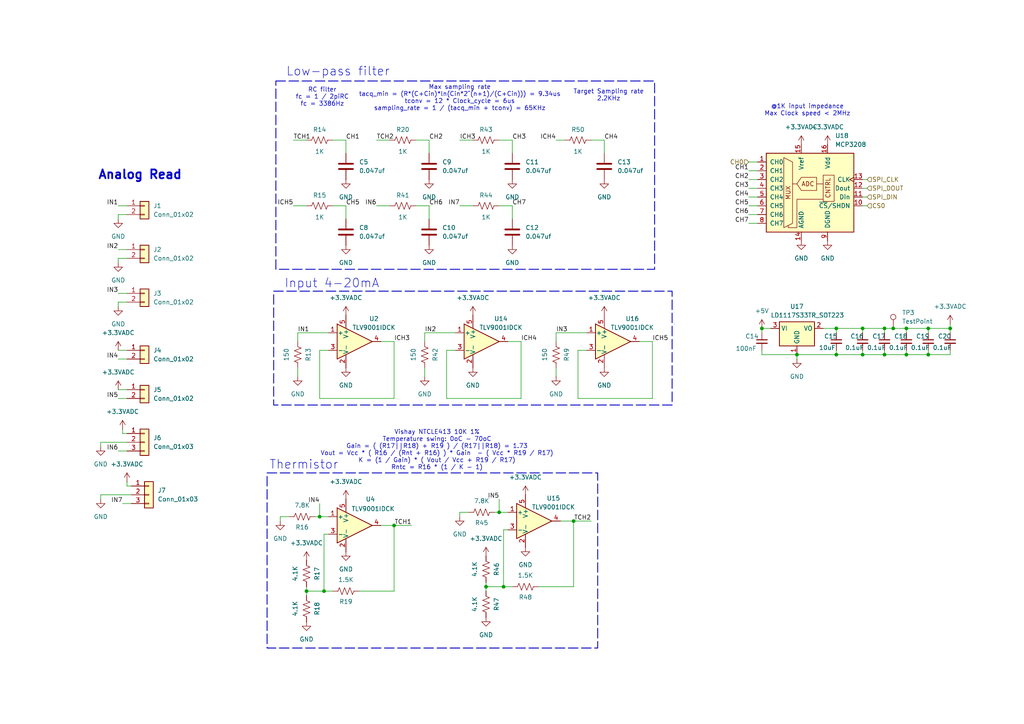
<source format=kicad_sch>
(kicad_sch (version 20231120) (generator "eeschema") (generator_version "8.0")
  (paper "A4")
  (lib_symbols
    (symbol "Amplifier_Operational:TLV9001IDCK" (pin_names (offset 0.127))
      (property "Reference" "U" (at 7.62 2.54 0))
      (property "Value" "TLV9001IDCK" (at 11.43 -2.54 0))
      (symbol "TLV9001IDCK_0_1"
        (polyline (pts (xy -2.54 5.08) (xy -2.54 -5.08) (xy 7.62 0) (xy -2.54 5.08)) (stroke (width 0.254)) (fill (type background)))
      )
      (symbol "TLV9001IDCK_1_1"
        (pin input line (at -5.08 2.54 0) (length 2.54) (name "+") (number "1"))
        (pin power_in line (at 0 -7.62 90) (length 3.81) (name "V-") (number "2"))
        (pin input line (at -5.08 -2.54 0) (length 2.54) (name "-") (number "3"))
        (pin output line (at 10.16 0 180) (length 2.54) (name "~") (number "4"))
        (pin power_in line (at 0 7.62 270) (length 3.81) (name "V+") (number "5"))
      )
    )
    (symbol "Analog_ADC:MCP3208" (pin_names (offset 1.016))
      (property "Reference" "U" (at -5.08 13.335 0))
      (property "Value" "MCP3208" (at -5.08 11.43 0))
      (symbol "MCP3208_0_0"
        (text "ADC" (at -0.635 1.27 0) (effects (font (size 1.27 1.27))))
        (text "CNTRL" (at 5.969 -2.921 900) (effects (font (size 1.27 1.27)) (justify left bottom)))
        (text "MUX" (at -6.35 -1.27 900) (effects (font (size 1.27 1.27))))
      )
      (symbol "MCP3208_0_1"
        (polyline (pts (xy -3.81 1.27) (xy -5.08 1.27)))
        (polyline (pts (xy 1.905 1.27) (xy 3.81 1.27)))
        (polyline (pts (xy -7.62 8.89) (xy -7.62 -11.43) (xy -5.08 -10.16) (xy -5.08 7.62) (xy -7.62 8.89)))
        (polyline (pts (xy 3.81 -3.175) (xy -3.81 -3.175) (xy -3.81 -11.43) (xy -6.35 -11.43) (xy -6.35 -10.795)))
        (polyline (pts (xy 1.905 3.175) (xy 1.905 -0.635) (xy -2.54 -0.635) (xy -3.81 1.27) (xy -2.54 3.175) (xy 1.905 3.175)))
        (rectangle (start 3.81 -3.81) (end 6.985 3.81))
        (rectangle (start 12.7 -12.7) (end -12.7 10.16) (stroke (width 0.254)) (fill (type background)))
      )
      (symbol "MCP3208_1_1"
        (pin input line (at -15.24 7.62 0) (length 2.54) (name "CH0") (number "1"))
        (pin input line (at 15.24 -5.08 180) (length 2.54) (name "~{CS}/SHDN") (number "10"))
        (pin input line (at 15.24 -2.54 180) (length 2.54) (name "Din") (number "11"))
        (pin output line (at 15.24 0 180) (length 2.54) (name "Dout") (number "12"))
        (pin input clock (at 15.24 2.54 180) (length 2.54) (name "CLK") (number "13"))
        (pin power_in line (at -2.54 -15.24 90) (length 2.54) (name "AGND") (number "14"))
        (pin power_in line (at -2.54 12.7 270) (length 2.54) (name "Vref") (number "15"))
        (pin power_in line (at 5.08 12.7 270) (length 2.54) (name "Vdd") (number "16"))
        (pin input line (at -15.24 5.08 0) (length 2.54) (name "CH1") (number "2"))
        (pin input line (at -15.24 2.54 0) (length 2.54) (name "CH2") (number "3"))
        (pin input line (at -15.24 0 0) (length 2.54) (name "CH3") (number "4"))
        (pin input line (at -15.24 -2.54 0) (length 2.54) (name "CH4") (number "5"))
        (pin input line (at -15.24 -5.08 0) (length 2.54) (name "CH5") (number "6"))
        (pin input line (at -15.24 -7.62 0) (length 2.54) (name "CH6") (number "7"))
        (pin input line (at -15.24 -10.16 0) (length 2.54) (name "CH7") (number "8"))
        (pin power_in line (at 5.08 -15.24 90) (length 2.54) (name "DGND") (number "9"))
      )
    )
    (symbol "Connector:TestPoint" (pin_numbers hide) (pin_names (offset 0.762) hide)
      (property "Reference" "TP" (at 0 6.858 0))
      (property "Value" "TestPoint" (at 0 5.08 0))
      (symbol "TestPoint_0_1"
        (circle (center 0 3.302) (radius 0.762))
      )
      (symbol "TestPoint_1_1"
        (pin passive line (at 0 0 90) (length 2.54) (name "1") (number "1"))
      )
    )
    (symbol "Connector_Generic:Conn_01x02" (pin_names (offset 1.016) hide)
      (property "Reference" "J" (at 0 2.54 0))
      (property "Value" "Conn_01x02" (at 0 -5.08 0))
      (symbol "Conn_01x02_1_1"
        (rectangle (start -1.27 -2.413) (end 0 -2.667) (stroke (width 0.1524)))
        (rectangle (start -1.27 0.127) (end 0 -0.127) (stroke (width 0.1524)))
        (rectangle (start -1.27 1.27) (end 1.27 -3.81) (stroke (width 0.254)) (fill (type background)))
        (pin passive line (at -5.08 0 0) (length 3.81) (name "Pin_1") (number "1"))
        (pin passive line (at -5.08 -2.54 0) (length 3.81) (name "Pin_2") (number "2"))
      )
    )
    (symbol "Connector_Generic:Conn_01x03" (pin_names (offset 1.016) hide)
      (property "Reference" "J" (at 0 5.08 0))
      (property "Value" "Conn_01x03" (at 0 -5.08 0))
      (symbol "Conn_01x03_1_1"
        (rectangle (start -1.27 -2.413) (end 0 -2.667) (stroke (width 0.1524)))
        (rectangle (start -1.27 0.127) (end 0 -0.127) (stroke (width 0.1524)))
        (rectangle (start -1.27 2.667) (end 0 2.413) (stroke (width 0.1524)))
        (rectangle (start -1.27 3.81) (end 1.27 -3.81) (stroke (width 0.254)) (fill (type background)))
        (pin passive line (at -5.08 2.54 0) (length 3.81) (name "Pin_1") (number "1"))
        (pin passive line (at -5.08 0 0) (length 3.81) (name "Pin_2") (number "2"))
        (pin passive line (at -5.08 -2.54 0) (length 3.81) (name "Pin_3") (number "3"))
      )
    )
    (symbol "Device:C" (pin_numbers hide) (pin_names (offset 0.254))
      (property "Reference" "C" (at 0.635 2.54 0))
      (property "Value" "C" (at 0.635 -2.54 0))
      (symbol "C_0_1"
        (polyline (pts (xy -2.032 -0.762) (xy 2.032 -0.762)) (stroke (width 0.508)))
        (polyline (pts (xy -2.032 0.762) (xy 2.032 0.762)) (stroke (width 0.508)))
      )
      (symbol "C_1_1"
        (pin passive line (at 0 3.81 270) (length 2.794) (name "~") (number "1"))
        (pin passive line (at 0 -3.81 90) (length 2.794) (name "~") (number "2"))
      )
    )
    (symbol "Device:C_Small" (pin_numbers hide) (pin_names (offset 0.254) hide)
      (property "Reference" "C" (at 0.254 1.778 0))
      (property "Value" "C_Small" (at 0.254 -2.032 0))
      (symbol "C_Small_0_1"
        (polyline (pts (xy -1.524 -0.508) (xy 1.524 -0.508)) (stroke (width 0.3302)))
        (polyline (pts (xy -1.524 0.508) (xy 1.524 0.508)) (stroke (width 0.3048)))
      )
      (symbol "C_Small_1_1"
        (pin passive line (at 0 2.54 270) (length 2.032) (name "~") (number "1"))
        (pin passive line (at 0 -2.54 90) (length 2.032) (name "~") (number "2"))
      )
    )
    (symbol "Device:R_US" (pin_numbers hide) (pin_names (offset 0))
      (property "Reference" "R" (at 2.54 0 90))
      (property "Value" "R_US" (at -2.54 0 90))
      (symbol "R_US_0_1"
        (polyline (pts (xy 0 -2.286) (xy 0 -2.54)))
        (polyline (pts (xy 0 2.286) (xy 0 2.54)))
        (polyline (pts (xy 0 -0.762) (xy 1.016 -1.143) (xy 0 -1.524) (xy -1.016 -1.905) (xy 0 -2.286)))
        (polyline (pts (xy 0 0.762) (xy 1.016 0.381) (xy 0 0) (xy -1.016 -0.381) (xy 0 -0.762)))
        (polyline (pts (xy 0 2.286) (xy 1.016 1.905) (xy 0 1.524) (xy -1.016 1.143) (xy 0 0.762)))
      )
      (symbol "R_US_1_1"
        (pin passive line (at 0 3.81 270) (length 1.27) (name "~") (number "1"))
        (pin passive line (at 0 -3.81 90) (length 1.27) (name "~") (number "2"))
      )
    )
    (symbol "Regulator_Linear:LD1117S33TR_SOT223"
      (property "Reference" "U" (at -3.81 3.175 0))
      (property "Value" "LD1117S33TR_SOT223" (at 0 3.175 0))
      (symbol "LD1117S33TR_SOT223_0_1"
        (rectangle (start -5.08 -5.08) (end 5.08 1.905) (stroke (width 0.254)) (fill (type background)))
      )
      (symbol "LD1117S33TR_SOT223_1_1"
        (pin power_in line (at 0 -7.62 90) (length 2.54) (name "GND") (number "1"))
        (pin power_out line (at 7.62 0 180) (length 2.54) (name "VO") (number "2"))
        (pin power_in line (at -7.62 0 0) (length 2.54) (name "VI") (number "3"))
      )
    )
    (symbol "power:+3.3VADC" (power) (pin_numbers hide) (pin_names (offset 0) hide)
      (property "Value" "+3.3VADC" (at 0 3.556 0))
      (symbol "+3.3VADC_0_0"
        (pin power_in line (at 0 0 90) (length 0) (name "~") (number "1"))
      )
      (symbol "+3.3VADC_0_1"
        (polyline (pts (xy -0.762 1.27) (xy 0 2.54)))
        (polyline (pts (xy 0 0) (xy 0 2.54)))
        (polyline (pts (xy 0 2.54) (xy 0.762 1.27)))
      )
    )
    (symbol "power:+5V" (power) (pin_numbers hide) (pin_names (offset 0) hide)
      (property "Value" "+5V" (at 0 3.556 0))
      (symbol "+5V_0_1"
        (polyline (pts (xy -0.762 1.27) (xy 0 2.54)))
        (polyline (pts (xy 0 0) (xy 0 2.54)))
        (polyline (pts (xy 0 2.54) (xy 0.762 1.27)))
      )
      (symbol "+5V_1_1"
        (pin power_in line (at 0 0 90) (length 0) (name "~") (number "1"))
      )
    )
    (symbol "power:GND" (power) (pin_numbers hide) (pin_names (offset 0) hide)
      (property "Value" "GND" (at 0 -3.81 0))
      (symbol "GND_0_1"
        (polyline (pts (xy 0 0) (xy 0 -1.27) (xy 1.27 -1.27) (xy 0 -2.54) (xy -1.27 -1.27) (xy 0 -1.27)))
      )
      (symbol "GND_1_1"
        (pin power_in line (at 0 0 270) (length 0) (name "~") (number "1"))
      )
    )
  )
  (junction (at 259.08 95.25))
  (junction (at 275.59 95.25))
  (junction (at 220.98 95.25))
  (junction (at 269.24 95.25))
  (junction (at 114.3 152.4))
  (junction (at 262.89 95.25))
  (junction (at 250.19 102.87))
  (junction (at 166.37 151.13))
  (junction (at 250.19 95.25))
  (junction (at 256.54 95.25))
  (junction (at 92.71 149.86))
  (junction (at 93.98 171.45))
  (junction (at 231.14 102.87))
  (junction (at 262.89 102.87))
  (junction (at 256.54 102.87))
  (junction (at 88.9 171.45))
  (junction (at 242.57 102.87))
  (junction (at 269.24 102.87))
  (junction (at 140.97 170.18))
  (junction (at 146.05 170.18))
  (junction (at 144.78 148.59))
  (junction (at 242.57 95.25))
  (wire (pts (xy 140.97 170.18) (xy 140.97 171.45)))
  (wire (pts (xy 36.83 74.93) (xy 34.29 74.93)))
  (wire (pts (xy 220.98 95.25) (xy 223.52 95.25)))
  (wire (pts (xy 109.22 40.64) (xy 113.03 40.64)))
  (wire (pts (xy 256.54 101.6) (xy 256.54 102.87)))
  (wire (pts (xy 34.29 74.93) (xy 34.29 76.2)))
  (wire (pts (xy 161.29 106.68) (xy 161.29 109.22)))
  (wire (pts (xy 129.54 101.6) (xy 132.08 101.6)))
  (wire (pts (xy 29.21 128.27) (xy 36.83 128.27)))
  (wire (pts (xy 34.29 62.23) (xy 34.29 63.5)))
  (wire (pts (xy 96.52 40.64) (xy 100.33 40.64)))
  (wire (pts (xy 217.17 49.53) (xy 219.71 49.53)))
  (wire (pts (xy 166.37 151.13) (xy 171.45 151.13)))
  (wire (pts (xy 114.3 115.57) (xy 92.71 115.57)))
  (wire (pts (xy 242.57 101.6) (xy 242.57 102.87)))
  (wire (pts (xy 217.17 62.23) (xy 219.71 62.23)))
  (wire (pts (xy 262.89 95.25) (xy 262.89 96.52)))
  (wire (pts (xy 93.98 154.94) (xy 95.25 154.94)))
  (wire (pts (xy 146.05 153.67) (xy 147.32 153.67)))
  (wire (pts (xy 161.29 40.64) (xy 163.83 40.64)))
  (wire (pts (xy 133.35 148.59) (xy 133.35 149.86)))
  (wire (pts (xy 250.19 101.6) (xy 250.19 102.87)))
  (wire (pts (xy 242.57 95.25) (xy 250.19 95.25)))
  (wire (pts (xy 146.05 170.18) (xy 146.05 153.67)))
  (wire (pts (xy 92.71 146.05) (xy 92.71 149.86)))
  (wire (pts (xy 93.98 171.45) (xy 93.98 154.94)))
  (wire (pts (xy 36.83 104.14) (xy 34.29 104.14)))
  (wire (pts (xy 123.19 106.68) (xy 123.19 109.22)))
  (wire (pts (xy 166.37 151.13) (xy 166.37 170.18)))
  (wire (pts (xy 275.59 93.98) (xy 275.59 95.25)))
  (wire (pts (xy 151.13 99.06) (xy 151.13 115.57)))
  (wire (pts (xy 123.19 96.52) (xy 123.19 99.06)))
  (wire (pts (xy 217.17 46.99) (xy 219.71 46.99)))
  (wire (pts (xy 144.78 144.78) (xy 144.78 148.59)))
  (wire (pts (xy 83.82 149.86) (xy 81.28 149.86)))
  (wire (pts (xy 262.89 101.6) (xy 262.89 102.87)))
  (wire (pts (xy 96.52 59.69) (xy 100.33 59.69)))
  (wire (pts (xy 91.44 149.86) (xy 92.71 149.86)))
  (wire (pts (xy 34.29 85.09) (xy 36.83 85.09)))
  (wire (pts (xy 114.3 152.4) (xy 114.3 171.45)))
  (wire (pts (xy 144.78 59.69) (xy 148.59 59.69)))
  (wire (pts (xy 269.24 95.25) (xy 269.24 96.52)))
  (wire (pts (xy 275.59 95.25) (xy 275.59 96.52)))
  (wire (pts (xy 242.57 95.25) (xy 242.57 96.52)))
  (wire (pts (xy 166.37 170.18) (xy 156.21 170.18)))
  (wire (pts (xy 250.19 95.25) (xy 250.19 96.52)))
  (wire (pts (xy 147.32 99.06) (xy 151.13 99.06)))
  (wire (pts (xy 34.29 87.63) (xy 34.29 88.9)))
  (wire (pts (xy 36.83 62.23) (xy 34.29 62.23)))
  (wire (pts (xy 250.19 102.87) (xy 256.54 102.87)))
  (wire (pts (xy 262.89 102.87) (xy 269.24 102.87)))
  (wire (pts (xy 114.3 152.4) (xy 119.38 152.4)))
  (wire (pts (xy 88.9 170.18) (xy 88.9 171.45)))
  (wire (pts (xy 86.36 106.68) (xy 86.36 109.22)))
  (wire (pts (xy 217.17 54.61) (xy 219.71 54.61)))
  (wire (pts (xy 148.59 170.18) (xy 146.05 170.18)))
  (wire (pts (xy 231.14 102.87) (xy 231.14 104.14)))
  (wire (pts (xy 242.57 102.87) (xy 231.14 102.87)))
  (wire (pts (xy 96.52 171.45) (xy 93.98 171.45)))
  (wire (pts (xy 220.98 102.87) (xy 231.14 102.87)))
  (wire (pts (xy 109.22 59.69) (xy 113.03 59.69)))
  (wire (pts (xy 38.1 140.97) (xy 36.83 140.97)))
  (wire (pts (xy 256.54 95.25) (xy 259.08 95.25)))
  (wire (pts (xy 93.98 171.45) (xy 88.9 171.45)))
  (wire (pts (xy 250.19 57.15) (xy 251.46 57.15)))
  (wire (pts (xy 29.21 143.51) (xy 29.21 144.78)))
  (wire (pts (xy 34.29 59.69) (xy 36.83 59.69)))
  (wire (pts (xy 100.33 40.64) (xy 100.33 44.45)))
  (wire (pts (xy 124.46 59.69) (xy 124.46 63.5)))
  (wire (pts (xy 34.29 130.81) (xy 36.83 130.81)))
  (wire (pts (xy 269.24 95.25) (xy 275.59 95.25)))
  (wire (pts (xy 133.35 59.69) (xy 137.16 59.69)))
  (wire (pts (xy 148.59 40.64) (xy 148.59 44.45)))
  (wire (pts (xy 29.21 128.27) (xy 29.21 129.54)))
  (wire (pts (xy 144.78 40.64) (xy 148.59 40.64)))
  (wire (pts (xy 140.97 168.91) (xy 140.97 170.18)))
  (wire (pts (xy 162.56 151.13) (xy 166.37 151.13)))
  (wire (pts (xy 275.59 101.6) (xy 275.59 102.87)))
  (wire (pts (xy 110.49 152.4) (xy 114.3 152.4)))
  (wire (pts (xy 250.19 54.61) (xy 251.46 54.61)))
  (wire (pts (xy 36.83 115.57) (xy 34.29 115.57)))
  (wire (pts (xy 123.19 96.52) (xy 132.08 96.52)))
  (wire (pts (xy 81.28 149.86) (xy 81.28 151.13)))
  (wire (pts (xy 100.33 59.69) (xy 100.33 63.5)))
  (wire (pts (xy 114.3 171.45) (xy 104.14 171.45)))
  (wire (pts (xy 36.83 139.7) (xy 36.83 140.97)))
  (wire (pts (xy 92.71 149.86) (xy 95.25 149.86)))
  (wire (pts (xy 238.76 95.25) (xy 242.57 95.25)))
  (wire (pts (xy 35.56 124.46) (xy 35.56 125.73)))
  (wire (pts (xy 217.17 64.77) (xy 219.71 64.77)))
  (wire (pts (xy 259.08 95.25) (xy 262.89 95.25)))
  (wire (pts (xy 34.29 101.6) (xy 36.83 101.6)))
  (wire (pts (xy 262.89 95.25) (xy 269.24 95.25)))
  (wire (pts (xy 124.46 40.64) (xy 124.46 44.45)))
  (wire (pts (xy 217.17 52.07) (xy 219.71 52.07)))
  (wire (pts (xy 256.54 95.25) (xy 256.54 96.52)))
  (wire (pts (xy 92.71 115.57) (xy 92.71 101.6)))
  (wire (pts (xy 250.19 59.69) (xy 251.46 59.69)))
  (wire (pts (xy 217.17 59.69) (xy 219.71 59.69)))
  (wire (pts (xy 167.64 101.6) (xy 170.18 101.6)))
  (wire (pts (xy 34.29 113.03) (xy 36.83 113.03)))
  (wire (pts (xy 220.98 101.6) (xy 220.98 102.87)))
  (wire (pts (xy 114.3 99.06) (xy 114.3 115.57)))
  (wire (pts (xy 161.29 96.52) (xy 161.29 99.06)))
  (wire (pts (xy 256.54 102.87) (xy 262.89 102.87)))
  (wire (pts (xy 36.83 87.63) (xy 34.29 87.63)))
  (wire (pts (xy 175.26 40.64) (xy 175.26 44.45)))
  (wire (pts (xy 189.23 99.06) (xy 189.23 115.57)))
  (wire (pts (xy 242.57 102.87) (xy 250.19 102.87)))
  (wire (pts (xy 220.98 95.25) (xy 220.98 96.52)))
  (wire (pts (xy 167.64 115.57) (xy 167.64 101.6)))
  (wire (pts (xy 35.56 146.05) (xy 38.1 146.05)))
  (wire (pts (xy 120.65 40.64) (xy 124.46 40.64)))
  (wire (pts (xy 88.9 171.45) (xy 88.9 172.72)))
  (wire (pts (xy 146.05 170.18) (xy 140.97 170.18)))
  (wire (pts (xy 133.35 40.64) (xy 137.16 40.64)))
  (wire (pts (xy 36.83 125.73) (xy 35.56 125.73)))
  (wire (pts (xy 148.59 59.69) (xy 148.59 63.5)))
  (wire (pts (xy 92.71 101.6) (xy 95.25 101.6)))
  (wire (pts (xy 161.29 96.52) (xy 170.18 96.52)))
  (wire (pts (xy 250.19 95.25) (xy 256.54 95.25)))
  (wire (pts (xy 86.36 96.52) (xy 86.36 99.06)))
  (wire (pts (xy 135.89 148.59) (xy 133.35 148.59)))
  (wire (pts (xy 250.19 52.07) (xy 251.46 52.07)))
  (wire (pts (xy 110.49 99.06) (xy 114.3 99.06)))
  (wire (pts (xy 86.36 96.52) (xy 95.25 96.52)))
  (wire (pts (xy 189.23 115.57) (xy 167.64 115.57)))
  (wire (pts (xy 269.24 102.87) (xy 275.59 102.87)))
  (wire (pts (xy 217.17 57.15) (xy 219.71 57.15)))
  (wire (pts (xy 29.21 143.51) (xy 38.1 143.51)))
  (wire (pts (xy 129.54 115.57) (xy 129.54 101.6)))
  (wire (pts (xy 85.09 40.64) (xy 88.9 40.64)))
  (wire (pts (xy 143.51 148.59) (xy 144.78 148.59)))
  (wire (pts (xy 120.65 59.69) (xy 124.46 59.69)))
  (wire (pts (xy 144.78 148.59) (xy 147.32 148.59)))
  (wire (pts (xy 151.13 115.57) (xy 129.54 115.57)))
  (wire (pts (xy 171.45 40.64) (xy 175.26 40.64)))
  (wire (pts (xy 269.24 101.6) (xy 269.24 102.87)))
  (wire (pts (xy 185.42 99.06) (xy 189.23 99.06)))
  (wire (pts (xy 34.29 72.39) (xy 36.83 72.39)))
  (wire (pts (xy 85.09 59.69) (xy 88.9 59.69)))
  (rectangle (start 195.58 93.98) (end 195.58 93.98))
  (rectangle (start 80.01 23.495) (end 189.865 78.105) (stroke (width 0.254) (type dash)))
  (rectangle (start 77.47 137.16) (end 173.355 187.96) (stroke (width 0.254) (type dash)))
  (rectangle (start 79.375 84.455) (end 194.945 117.475) (stroke (width 0.254) (type dash)))
  (text "RC filter\nfc = 1 / 2piRC\nfc = 3386Hz" (at 93.472 28.194 0) (effects (font (size 1.27 1.27))))
  (text "Low-pass filter" (at 98.044 20.828 0) (effects (font (size 2.54 2.54))))
  (text "Input 4-20mA\n" (at 96.266 82.296 0) (effects (font (size 2.54 2.54))))
  (text "Thermistor" (at 88.138 134.874 0) (effects (font (size 2.54 2.54))))
  (text "Target Sampling rate\n2.2KHz\n" (at 176.53 27.686 0) (effects (font (size 1.27 1.27))))
  (text "Vishay NTCLE413 10K 1%\nTemperature swing: 0oC - 70oC\nGain = ( (R17||R18) + R19 ) / (R17||R18) = 1.73\nVout = Vcc * ( R16 / (Rnt + R16) ) * Gain  - ( Vcc * R19 / R17)\nK = (1 / Gain) * ( Vout / Vcc + R19 / R17)\nRntc = R16 * (1 / K - 1)" (at 126.746 130.556 0) (effects (font (size 1.27 1.27))))
  (text "Max sampling rate\ntacq_min = (R*(C+Cin)*ln(Cin*2^(n+1)/(C+Cin))) = 9.34us\ntconv = 12 * Clock_cycle = 6us\nsampling_rate = 1 / (tacq_min + tconv) = 65KHz" (at 133.35 28.448 0) (effects (font (size 1.27 1.27))))
  (text "@1K input impedance\nMax Clock speed < 2MHz\n" (at 234.188 32.004 0) (effects (font (size 1.27 1.27))))
  (text "Analog Read" (at 40.64 50.8 0) (effects (font (size 2.54 2.54) (thickness 0.508) (bold yes))))
  (label "ICH3" (at 114.3 99.06 0))
  (label "CH2" (at 217.17 52.07 180))
  (label "IN1" (at 86.36 96.52 0))
  (label "ICH4" (at 151.13 99.06 0))
  (label "CH5" (at 217.17 59.69 180))
  (label "TCH1" (at 85.09 40.64 0))
  (label "CH1" (at 100.33 40.64 0))
  (label "ICH5" (at 85.09 59.69 180))
  (label "CH4" (at 217.17 57.15 180))
  (label "IN1" (at 34.29 59.69 180))
  (label "CH4" (at 175.26 40.64 0))
  (label "IN3" (at 161.29 96.52 0))
  (label "CH5" (at 100.33 59.69 0))
  (label "IN4" (at 92.71 146.05 180))
  (label "CH6" (at 217.17 62.23 180))
  (label "ICH4" (at 161.29 40.64 180))
  (label "IN6" (at 109.22 59.69 180))
  (label "TCH1" (at 119.38 152.4 180))
  (label "CH2" (at 124.46 40.64 0))
  (label "CH1" (at 217.17 49.53 180))
  (label "IN7" (at 133.35 59.69 180))
  (label "IN2" (at 123.19 96.52 0))
  (label "ICH5" (at 189.23 99.06 0))
  (label "IN6" (at 34.29 130.81 180))
  (label "CH3" (at 148.59 40.64 0))
  (label "IN7" (at 35.56 146.05 180))
  (label "CH7" (at 217.17 64.77 180))
  (label "IN4" (at 34.29 104.14 180))
  (label "TCH2" (at 171.45 151.13 180))
  (label "CH3" (at 217.17 54.61 180))
  (label "IN3" (at 34.29 85.09 180))
  (label "IN5" (at 34.29 115.57 180))
  (label "IN2" (at 34.29 72.39 180))
  (label "TCH2" (at 109.22 40.64 0))
  (label "CH6" (at 124.46 59.69 0))
  (label "CH7" (at 148.59 59.69 0))
  (label "IN5" (at 144.78 144.78 180))
  (label "ICH3" (at 133.35 40.64 0))
  (hierarchical_label "SPI_DIN" (shape input) (at 251.46 57.15 0))
  (hierarchical_label "SPI_CLK" (shape input) (at 251.46 52.07 0))
  (hierarchical_label "CH0" (shape input) (at 217.17 46.99 180))
  (hierarchical_label "CS0" (shape input) (at 251.46 59.69 0))
  (hierarchical_label "SPI_DOUT" (shape input) (at 251.46 54.61 0))
  (symbol (lib_id "power:+3.3VADC") (at 34.29 101.6 0) (unit 1)
    (property "Reference" "#PWR022" (effects (hide yes)))
    (property "Value" "+3.3VADC" (at 34.29 96.52 0))
    (property "Description" "Power symbol creates a global label with name \"+3.3VADC\"" (effects (hide yes)))
  )
  (symbol (lib_id "Amplifier_Operational:TLV9001IDCK") (at 152.4 151.13 0) (unit 1)
    (property "Reference" "U15" (at 160.528 144.526 0))
    (property "Value" "TLV9001IDCK" (at 160.528 147.066 0))
    (property "Footprint" "Package_TO_SOT_SMD:SOT-353_SC-70-5" (effects (hide yes)))
    (property "Datasheet" "https://www.ti.com/lit/ds/symlink/tlv9001.pdf" (effects (hide yes)))
    (property "Description" "Low-power, Rail-to-Rail, 1MHz Operational Amplifier, SOT-353" (effects (hide yes)))
  )
  (symbol (lib_id "Device:R_US") (at 152.4 170.18 90) (unit 1)
    (property "Reference" "R48" (at 152.4 173.228 90))
    (property "Value" "1.5K" (at 152.4 166.878 90))
    (property "Footprint" "Resistor_SMD:R_0603_1608Metric_Pad0.98x0.95mm_HandSolder" (effects (hide yes)))
    (property "Description" "Resistor, US symbol" (effects (hide yes)))
  )
  (symbol (lib_id "power:+3.3VADC") (at 100.33 91.44 0) (unit 1)
    (property "Reference" "#PWR053" (effects (hide yes)))
    (property "Value" "+3.3VADC" (at 100.33 86.36 0))
    (property "Description" "Power symbol creates a global label with name \"+3.3VADC\"" (effects (hide yes)))
  )
  (symbol (lib_id "Device:R_US") (at 116.84 40.64 270) (unit 1)
    (property "Reference" "R20" (at 116.84 37.592 90))
    (property "Value" "1K" (at 116.84 43.942 90))
    (property "Footprint" "Resistor_SMD:R_0603_1608Metric_Pad0.98x0.95mm_HandSolder" (effects (hide yes)))
    (property "Description" "Resistor, US symbol" (effects (hide yes)))
  )
  (symbol (lib_id "power:GND") (at 34.29 63.5 0) (unit 1)
    (property "Reference" "#PWR019" (effects (hide yes)))
    (property "Value" "GND" (at 34.29 68.58 0))
    (property "Description" "Power symbol creates a global label with name \"GND\" , ground" (effects (hide yes)))
  )
  (symbol (lib_id "power:GND") (at 29.21 129.54 0) (unit 1)
    (property "Reference" "#PWR024" (effects (hide yes)))
    (property "Value" "GND" (at 29.21 134.62 0))
    (property "Description" "Power symbol creates a global label with name \"GND\" , ground" (effects (hide yes)))
  )
  (symbol (lib_id "Analog_ADC:MCP3208") (at 234.95 54.61 0) (unit 1)
    (property "Reference" "U18" (at 242.2241 39.37 0) (effects (justify left)))
    (property "Value" "MCP3208" (at 242.2241 41.91 0) (effects (justify left)))
    (property "Footprint" "Package_DIP:DIP-16_W7.62mm_Socket" (effects (hide yes)))
    (property "Datasheet" "http://ww1.microchip.com/downloads/en/DeviceDoc/21298c.pdf" (effects (hide yes)))
    (property "Description" "A/D Converter, 12-Bit, 8-Channel, SPI Interface , 2.7V-5.5V" (effects (hide yes)))
  )
  (symbol (lib_id "Device:R_US") (at 140.97 165.1 180) (unit 1)
    (property "Reference" "R46" (at 144.018 165.1 90))
    (property "Value" "4.1K" (at 137.668 165.1 90))
    (property "Footprint" "Resistor_SMD:R_0603_1608Metric_Pad0.98x0.95mm_HandSolder" (effects (hide yes)))
    (property "Description" "Resistor, US symbol" (effects (hide yes)))
  )
  (symbol (lib_id "Device:C") (at 100.33 67.31 0) (unit 1)
    (property "Reference" "C8" (at 104.14 66.0399 0) (effects (justify left)))
    (property "Value" "0.047uf" (at 104.14 68.5799 0) (effects (justify left)))
    (property "Footprint" "Capacitor_SMD:C_0603_1608Metric" (effects (hide yes)))
    (property "Description" "Unpolarized capacitor" (effects (hide yes)))
  )
  (symbol (lib_id "Device:C") (at 124.46 67.31 0) (unit 1)
    (property "Reference" "C10" (at 128.27 66.0399 0) (effects (justify left)))
    (property "Value" "0.047uf" (at 128.27 68.5799 0) (effects (justify left)))
    (property "Footprint" "Capacitor_SMD:C_0603_1608Metric" (effects (hide yes)))
    (property "Description" "Unpolarized capacitor" (effects (hide yes)))
  )
  (symbol (lib_id "power:GND") (at 148.59 52.07 0) (unit 1)
    (property "Reference" "#PWR088" (effects (hide yes)))
    (property "Value" "GND" (at 148.59 57.15 0))
    (property "Description" "Power symbol creates a global label with name \"GND\" , ground" (effects (hide yes)))
  )
  (symbol (lib_id "Device:C_Small") (at 256.54 99.06 0) (unit 1)
    (property "Reference" "C17" (at 252.984 97.536 0) (effects (justify left)))
    (property "Value" "0.1uF" (at 251.46 100.838 0) (effects (justify left)))
    (property "Footprint" "Capacitor_SMD:C_0603_1608Metric_Pad1.08x0.95mm_HandSolder" (effects (hide yes)))
    (property "Description" "Unpolarized capacitor, small symbol" (effects (hide yes)))
  )
  (symbol (lib_id "Device:C_Small") (at 250.19 99.06 0) (unit 1)
    (property "Reference" "C16" (at 246.634 97.536 0) (effects (justify left)))
    (property "Value" "0.1uF" (at 245.11 100.838 0) (effects (justify left)))
    (property "Footprint" "Capacitor_SMD:C_0603_1608Metric_Pad1.08x0.95mm_HandSolder" (effects (hide yes)))
    (property "Description" "Unpolarized capacitor, small symbol" (effects (hide yes)))
  )
  (symbol (lib_id "power:+3.3VADC") (at 36.83 139.7 0) (unit 1)
    (property "Reference" "#PWR051" (effects (hide yes)))
    (property "Value" "+3.3VADC" (at 36.83 134.62 0))
    (property "Description" "Power symbol creates a global label with name \"+3.3VADC\"" (effects (hide yes)))
  )
  (symbol (lib_id "power:+3.3VADC") (at 240.03 41.91 0) (unit 1)
    (property "Reference" "#PWR099" (effects (hide yes)))
    (property "Value" "+3.3VADC" (at 240.03 36.83 0))
    (property "Description" "Power symbol creates a global label with name \"+3.3VADC\"" (effects (hide yes)))
  )
  (symbol (lib_id "power:+3.3VADC") (at 275.59 93.98 0) (unit 1)
    (property "Reference" "#PWR0101" (effects (hide yes)))
    (property "Value" "+3.3VADC" (at 275.59 88.9 0))
    (property "Description" "Power symbol creates a global label with name \"+3.3VADC\"" (effects (hide yes)))
  )
  (symbol (lib_id "Device:R_US") (at 92.71 59.69 270) (unit 1)
    (property "Reference" "R15" (at 92.71 56.642 90))
    (property "Value" "1K" (at 92.71 62.992 90))
    (property "Footprint" "Resistor_SMD:R_0603_1608Metric_Pad0.98x0.95mm_HandSolder" (effects (hide yes)))
    (property "Description" "Resistor, US symbol" (effects (hide yes)))
  )
  (symbol (lib_id "power:GND") (at 100.33 160.02 0) (unit 1)
    (property "Reference" "#PWR056" (effects (hide yes)))
    (property "Value" "GND" (at 100.33 165.1 0))
    (property "Description" "Power symbol creates a global label with name \"GND\" , ground" (effects (hide yes)))
  )
  (symbol (lib_id "power:GND") (at 175.26 52.07 0) (unit 1)
    (property "Reference" "#PWR093" (effects (hide yes)))
    (property "Value" "GND" (at 175.26 57.15 0))
    (property "Description" "Power symbol creates a global label with name \"GND\" , ground" (effects (hide yes)))
  )
  (symbol (lib_id "power:GND") (at 34.29 88.9 0) (unit 1)
    (property "Reference" "#PWR021" (effects (hide yes)))
    (property "Value" "GND" (at 34.29 93.98 0))
    (property "Description" "Power symbol creates a global label with name \"GND\" , ground" (effects (hide yes)))
  )
  (symbol (lib_id "power:GND") (at 137.16 106.68 0) (unit 1)
    (property "Reference" "#PWR085" (effects (hide yes)))
    (property "Value" "GND" (at 137.16 111.76 0))
    (property "Description" "Power symbol creates a global label with name \"GND\" , ground" (effects (hide yes)))
  )
  (symbol (lib_id "power:GND") (at 100.33 52.07 0) (unit 1)
    (property "Reference" "#PWR030" (effects (hide yes)))
    (property "Value" "GND" (at 100.33 57.15 0))
    (property "Description" "Power symbol creates a global label with name \"GND\" , ground" (effects (hide yes)))
  )
  (symbol (lib_id "power:+3.3VADC") (at 100.33 144.78 0) (unit 1)
    (property "Reference" "#PWR055" (effects (hide yes)))
    (property "Value" "+3.3VADC" (at 100.33 139.7 0))
    (property "Description" "Power symbol creates a global label with name \"+3.3VADC\"" (effects (hide yes)))
  )
  (symbol (lib_id "Amplifier_Operational:TLV9001IDCK") (at 175.26 99.06 0) (unit 1)
    (property "Reference" "U16" (at 183.388 92.456 0))
    (property "Value" "TLV9001IDCK" (at 183.388 94.996 0))
    (property "Footprint" "Package_TO_SOT_SMD:SOT-353_SC-70-5" (effects (hide yes)))
    (property "Datasheet" "https://www.ti.com/lit/ds/symlink/tlv9001.pdf" (effects (hide yes)))
    (property "Description" "Low-power, Rail-to-Rail, 1MHz Operational Amplifier, SOT-353" (effects (hide yes)))
  )
  (symbol (lib_id "power:GND") (at 34.29 76.2 0) (unit 1)
    (property "Reference" "#PWR020" (effects (hide yes)))
    (property "Value" "GND" (at 34.29 81.28 0))
    (property "Description" "Power symbol creates a global label with name \"GND\" , ground" (effects (hide yes)))
  )
  (symbol (lib_id "power:GND") (at 161.29 109.22 0) (unit 1)
    (property "Reference" "#PWR092" (effects (hide yes)))
    (property "Value" "GND" (at 161.29 114.3 0))
    (property "Description" "Power symbol creates a global label with name \"GND\" , ground" (effects (hide yes)))
  )
  (symbol (lib_id "power:GND") (at 100.33 71.12 0) (unit 1)
    (property "Reference" "#PWR052" (effects (hide yes)))
    (property "Value" "GND" (at 100.33 76.2 0))
    (property "Description" "Power symbol creates a global label with name \"GND\" , ground" (effects (hide yes)))
  )
  (symbol (lib_id "Device:R_US") (at 116.84 59.69 270) (unit 1)
    (property "Reference" "R41" (at 116.84 56.642 90))
    (property "Value" "1K" (at 116.84 62.992 90))
    (property "Footprint" "Resistor_SMD:R_0603_1608Metric_Pad0.98x0.95mm_HandSolder" (effects (hide yes)))
    (property "Description" "Resistor, US symbol" (effects (hide yes)))
  )
  (symbol (lib_id "power:GND") (at 140.97 179.07 0) (unit 1)
    (property "Reference" "#PWR087" (effects (hide yes)))
    (property "Value" "GND" (at 140.97 184.15 0))
    (property "Description" "Power symbol creates a global label with name \"GND\" , ground" (effects (hide yes)))
  )
  (symbol (lib_id "Device:C") (at 124.46 48.26 0) (unit 1)
    (property "Reference" "C9" (at 128.27 46.9899 0) (effects (justify left)))
    (property "Value" "0.047uf" (at 128.27 49.5299 0) (effects (justify left)))
    (property "Footprint" "Capacitor_SMD:C_0603_1608Metric" (effects (hide yes)))
    (property "Description" "Unpolarized capacitor" (effects (hide yes)))
  )
  (symbol (lib_id "Device:C_Small") (at 269.24 99.06 0) (unit 1)
    (property "Reference" "C19" (at 265.684 97.536 0) (effects (justify left)))
    (property "Value" "0.1uF" (at 264.16 100.838 0) (effects (justify left)))
    (property "Footprint" "Capacitor_SMD:C_0603_1608Metric_Pad1.08x0.95mm_HandSolder" (effects (hide yes)))
    (property "Description" "Unpolarized capacitor, small symbol" (effects (hide yes)))
  )
  (symbol (lib_id "power:GND") (at 232.41 69.85 0) (unit 1)
    (property "Reference" "#PWR098" (effects (hide yes)))
    (property "Value" "GND" (at 232.41 74.93 0))
    (property "Description" "Power symbol creates a global label with name \"GND\" , ground" (effects (hide yes)))
  )
  (symbol (lib_id "power:+3.3VADC") (at 137.16 91.44 0) (unit 1)
    (property "Reference" "#PWR067" (effects (hide yes)))
    (property "Value" "+3.3VADC" (at 137.16 86.36 0))
    (property "Description" "Power symbol creates a global label with name \"+3.3VADC\"" (effects (hide yes)))
  )
  (symbol (lib_id "power:GND") (at 133.35 149.86 0) (unit 1)
    (property "Reference" "#PWR066" (effects (hide yes)))
    (property "Value" "GND" (at 133.35 154.94 0))
    (property "Description" "Power symbol creates a global label with name \"GND\" , ground" (effects (hide yes)))
  )
  (symbol (lib_id "power:+3.3VADC") (at 35.56 124.46 0) (unit 1)
    (property "Reference" "#PWR049" (effects (hide yes)))
    (property "Value" "+3.3VADC" (at 35.56 119.38 0))
    (property "Description" "Power symbol creates a global label with name \"+3.3VADC\"" (effects (hide yes)))
  )
  (symbol (lib_id "Device:R_US") (at 88.9 176.53 180) (unit 1)
    (property "Reference" "R18" (at 91.948 176.53 90))
    (property "Value" "4.1K" (at 85.598 176.53 90))
    (property "Footprint" "Resistor_SMD:R_0603_1608Metric_Pad0.98x0.95mm_HandSolder" (effects (hide yes)))
    (property "Description" "Resistor, US symbol" (effects (hide yes)))
  )
  (symbol (lib_id "power:+3.3VADC") (at 232.41 41.91 0) (unit 1)
    (property "Reference" "#PWR097" (effects (hide yes)))
    (property "Value" "+3.3VADC" (at 232.41 36.83 0))
    (property "Description" "Power symbol creates a global label with name \"+3.3VADC\"" (effects (hide yes)))
  )
  (symbol (lib_id "power:GND") (at 152.4 158.75 0) (unit 1)
    (property "Reference" "#PWR091" (effects (hide yes)))
    (property "Value" "GND" (at 152.4 163.83 0))
    (property "Description" "Power symbol creates a global label with name \"GND\" , ground" (effects (hide yes)))
  )
  (symbol (lib_id "Device:R_US") (at 161.29 102.87 180) (unit 1)
    (property "Reference" "R49" (at 164.338 102.87 90))
    (property "Value" "150" (at 157.988 102.87 90))
    (property "Footprint" "Resistor_SMD:R_0603_1608Metric_Pad0.98x0.95mm_HandSolder" (effects (hide yes)))
    (property "Description" "Resistor, US symbol" (effects (hide yes)))
  )
  (symbol (lib_id "Device:C") (at 175.26 48.26 0) (unit 1)
    (property "Reference" "C13" (at 179.07 46.9899 0) (effects (justify left)))
    (property "Value" "0.047uf" (at 179.07 49.5299 0) (effects (justify left)))
    (property "Footprint" "Capacitor_SMD:C_0603_1608Metric" (effects (hide yes)))
    (property "Description" "Unpolarized capacitor" (effects (hide yes)))
  )
  (symbol (lib_id "Device:R_US") (at 139.7 148.59 90) (unit 1)
    (property "Reference" "R45" (at 139.7 151.638 90))
    (property "Value" "7.8K" (at 139.7 145.288 90))
    (property "Footprint" "Resistor_SMD:R_0603_1608Metric_Pad0.98x0.95mm_HandSolder" (effects (hide yes)))
    (property "Description" "Resistor, US symbol" (effects (hide yes)))
  )
  (symbol (lib_id "Device:C_Small") (at 275.59 99.06 0) (unit 1)
    (property "Reference" "C20" (at 272.034 97.536 0) (effects (justify left)))
    (property "Value" "0.1uF" (at 270.51 100.838 0) (effects (justify left)))
    (property "Footprint" "Capacitor_SMD:C_0603_1608Metric_Pad1.08x0.95mm_HandSolder" (effects (hide yes)))
    (property "Description" "Unpolarized capacitor, small symbol" (effects (hide yes)))
  )
  (symbol (lib_id "Device:C") (at 148.59 48.26 0) (unit 1)
    (property "Reference" "C11" (at 152.4 46.9899 0) (effects (justify left)))
    (property "Value" "0.047uf" (at 152.4 49.5299 0) (effects (justify left)))
    (property "Footprint" "Capacitor_SMD:C_0603_1608Metric" (effects (hide yes)))
    (property "Description" "Unpolarized capacitor" (effects (hide yes)))
  )
  (symbol (lib_id "Device:R_US") (at 167.64 40.64 270) (unit 1)
    (property "Reference" "R50" (at 167.64 37.592 90))
    (property "Value" "1K" (at 167.64 43.942 90))
    (property "Footprint" "Resistor_SMD:R_0603_1608Metric_Pad0.98x0.95mm_HandSolder" (effects (hide yes)))
    (property "Description" "Resistor, US symbol" (effects (hide yes)))
  )
  (symbol (lib_id "Connector_Generic:Conn_01x02") (at 41.91 101.6 0) (unit 1)
    (property "Reference" "J4" (at 44.45 101.5999 0) (effects (justify left)))
    (property "Value" "Conn_01x02" (at 44.45 104.1399 0) (effects (justify left)))
    (property "Footprint" "Connector_Phoenix_MC:PhoenixContact_MC_1,5_2-G-3.81_1x02_P3.81mm_Horizontal" (effects (hide yes)))
    (property "Description" "Generic connector, single row, 01x02, script generated (kicad-library-utils/schlib/autogen/connector/)" (effects (hide yes)))
  )
  (symbol (lib_id "Amplifier_Operational:TLV9001IDCK") (at 100.33 99.06 0) (unit 1)
    (property "Reference" "U2" (at 108.458 92.456 0))
    (property "Value" "TLV9001IDCK" (at 108.458 94.996 0))
    (property "Footprint" "Package_TO_SOT_SMD:SOT-353_SC-70-5" (effects (hide yes)))
    (property "Datasheet" "https://www.ti.com/lit/ds/symlink/tlv9001.pdf" (effects (hide yes)))
    (property "Description" "Low-power, Rail-to-Rail, 1MHz Operational Amplifier, SOT-353" (effects (hide yes)))
  )
  (symbol (lib_id "Device:C") (at 148.59 67.31 0) (unit 1)
    (property "Reference" "C12" (at 152.4 66.0399 0) (effects (justify left)))
    (property "Value" "0.047uf" (at 152.4 68.5799 0) (effects (justify left)))
    (property "Footprint" "Capacitor_SMD:C_0603_1608Metric" (effects (hide yes)))
    (property "Description" "Unpolarized capacitor" (effects (hide yes)))
  )
  (symbol (lib_id "power:GND") (at 124.46 71.12 0) (unit 1)
    (property "Reference" "#PWR059" (effects (hide yes)))
    (property "Value" "GND" (at 124.46 76.2 0))
    (property "Description" "Power symbol creates a global label with name \"GND\" , ground" (effects (hide yes)))
  )
  (symbol (lib_id "Device:R_US") (at 140.97 59.69 270) (unit 1)
    (property "Reference" "R44" (at 140.97 56.642 90))
    (property "Value" "1K" (at 140.97 62.992 90))
    (property "Footprint" "Resistor_SMD:R_0603_1608Metric_Pad0.98x0.95mm_HandSolder" (effects (hide yes)))
    (property "Description" "Resistor, US symbol" (effects (hide yes)))
  )
  (symbol (lib_id "power:+3.3VADC") (at 140.97 161.29 0) (unit 1)
    (property "Reference" "#PWR086" (effects (hide yes)))
    (property "Value" "+3.3VADC" (at 140.97 156.21 0))
    (property "Description" "Power symbol creates a global label with name \"+3.3VADC\"" (effects (hide yes)))
  )
  (symbol (lib_id "Device:C_Small") (at 220.98 99.06 0) (unit 1)
    (property "Reference" "C14" (at 216.154 97.536 0) (effects (justify left)))
    (property "Value" "100nF" (at 213.36 101.092 0) (effects (justify left)))
    (property "Footprint" "Capacitor_SMD:C_0805_2012Metric" (effects (hide yes)))
    (property "Description" "Unpolarized capacitor, small symbol" (effects (hide yes)))
  )
  (symbol (lib_id "power:+3.3VADC") (at 88.9 162.56 0) (unit 1)
    (property "Reference" "#PWR028" (effects (hide yes)))
    (property "Value" "+3.3VADC" (at 88.9 157.48 0))
    (property "Description" "Power symbol creates a global label with name \"+3.3VADC\"" (effects (hide yes)))
  )
  (symbol (lib_id "Amplifier_Operational:TLV9001IDCK") (at 100.33 152.4 0) (unit 1)
    (property "Reference" "U4" (at 107.442 144.78 0))
    (property "Value" "TLV9001IDCK" (at 108.204 147.574 0))
    (property "Footprint" "Package_TO_SOT_SMD:SOT-353_SC-70-5" (effects (hide yes)))
    (property "Datasheet" "https://www.ti.com/lit/ds/symlink/tlv9001.pdf" (effects (hide yes)))
    (property "Description" "Low-power, Rail-to-Rail, 1MHz Operational Amplifier, SOT-353" (effects (hide yes)))
  )
  (symbol (lib_id "power:GND") (at 29.21 144.78 0) (unit 1)
    (property "Reference" "#PWR025" (effects (hide yes)))
    (property "Value" "GND" (at 29.21 149.86 0))
    (property "Description" "Power symbol creates a global label with name \"GND\" , ground" (effects (hide yes)))
  )
  (symbol (lib_id "Device:R_US") (at 87.63 149.86 90) (unit 1)
    (property "Reference" "R16" (at 87.63 152.908 90))
    (property "Value" "7.8K" (at 87.63 146.558 90))
    (property "Footprint" "Resistor_SMD:R_0603_1608Metric_Pad0.98x0.95mm_HandSolder" (effects (hide yes)))
    (property "Description" "Resistor, US symbol" (effects (hide yes)))
  )
  (symbol (lib_id "power:GND") (at 123.19 109.22 0) (unit 1)
    (property "Reference" "#PWR057" (effects (hide yes)))
    (property "Value" "GND" (at 123.19 114.3 0))
    (property "Description" "Power symbol creates a global label with name \"GND\" , ground" (effects (hide yes)))
  )
  (symbol (lib_id "Connector_Generic:Conn_01x03") (at 43.18 143.51 0) (unit 1)
    (property "Reference" "J7" (at 45.72 142.2399 0) (effects (justify left)))
    (property "Value" "Conn_01x03" (at 45.72 144.7799 0) (effects (justify left)))
    (property "Footprint" "Connector_Phoenix_MC:PhoenixContact_MC_1,5_3-G-3.81_1x03_P3.81mm_Horizontal" (effects (hide yes)))
    (property "Description" "Generic connector, single row, 01x03, script generated (kicad-library-utils/schlib/autogen/connector/)" (effects (hide yes)))
  )
  (symbol (lib_id "power:GND") (at 231.14 104.14 0) (unit 1)
    (property "Reference" "#PWR096" (effects (hide yes)))
    (property "Value" "GND" (at 231.14 109.22 0))
    (property "Description" "Power symbol creates a global label with name \"GND\" , ground" (effects (hide yes)))
  )
  (symbol (lib_id "Device:R_US") (at 140.97 175.26 180) (unit 1)
    (property "Reference" "R47" (at 144.018 175.26 90))
    (property "Value" "4.1K" (at 137.668 175.26 90))
    (property "Footprint" "Resistor_SMD:R_0603_1608Metric_Pad0.98x0.95mm_HandSolder" (effects (hide yes)))
    (property "Description" "Resistor, US symbol" (effects (hide yes)))
  )
  (symbol (lib_id "power:GND") (at 86.36 109.22 0) (unit 1)
    (property "Reference" "#PWR026" (effects (hide yes)))
    (property "Value" "GND" (at 86.36 114.3 0))
    (property "Description" "Power symbol creates a global label with name \"GND\" , ground" (effects (hide yes)))
  )
  (symbol (lib_id "power:GND") (at 124.46 52.07 0) (unit 1)
    (property "Reference" "#PWR058" (effects (hide yes)))
    (property "Value" "GND" (at 124.46 57.15 0))
    (property "Description" "Power symbol creates a global label with name \"GND\" , ground" (effects (hide yes)))
  )
  (symbol (lib_id "Amplifier_Operational:TLV9001IDCK") (at 137.16 99.06 0) (unit 1)
    (property "Reference" "U14" (at 145.288 92.456 0))
    (property "Value" "TLV9001IDCK" (at 145.288 94.996 0))
    (property "Footprint" "Package_TO_SOT_SMD:SOT-353_SC-70-5" (effects (hide yes)))
    (property "Datasheet" "https://www.ti.com/lit/ds/symlink/tlv9001.pdf" (effects (hide yes)))
    (property "Description" "Low-power, Rail-to-Rail, 1MHz Operational Amplifier, SOT-353" (effects (hide yes)))
  )
  (symbol (lib_id "power:GND") (at 88.9 180.34 0) (unit 1)
    (property "Reference" "#PWR029" (effects (hide yes)))
    (property "Value" "GND" (at 88.9 185.42 0))
    (property "Description" "Power symbol creates a global label with name \"GND\" , ground" (effects (hide yes)))
  )
  (symbol (lib_id "power:+3.3VADC") (at 34.29 113.03 0) (unit 1)
    (property "Reference" "#PWR023" (effects (hide yes)))
    (property "Value" "+3.3VADC" (at 34.29 107.95 0))
    (property "Description" "Power symbol creates a global label with name \"+3.3VADC\"" (effects (hide yes)))
  )
  (symbol (lib_id "power:+3.3VADC") (at 152.4 143.51 0) (unit 1)
    (property "Reference" "#PWR090" (effects (hide yes)))
    (property "Value" "+3.3VADC" (at 152.4 138.43 0))
    (property "Description" "Power symbol creates a global label with name \"+3.3VADC\"" (effects (hide yes)))
  )
  (symbol (lib_id "Device:C_Small") (at 262.89 99.06 0) (unit 1)
    (property "Reference" "C18" (at 259.334 97.536 0) (effects (justify left)))
    (property "Value" "0.1uF" (at 257.81 100.838 0) (effects (justify left)))
    (property "Footprint" "Capacitor_SMD:C_0603_1608Metric_Pad1.08x0.95mm_HandSolder" (effects (hide yes)))
    (property "Description" "Unpolarized capacitor, small symbol" (effects (hide yes)))
  )
  (symbol (lib_id "Connector_Generic:Conn_01x02") (at 41.91 59.69 0) (unit 1)
    (property "Reference" "J1" (at 44.45 59.6899 0) (effects (justify left)))
    (property "Value" "Conn_01x02" (at 44.45 62.2299 0) (effects (justify left)))
    (property "Footprint" "Connector_Phoenix_MC:PhoenixContact_MC_1,5_2-G-3.81_1x02_P3.81mm_Horizontal" (effects (hide yes)))
    (property "Description" "Generic connector, single row, 01x02, script generated (kicad-library-utils/schlib/autogen/connector/)" (effects (hide yes)))
  )
  (symbol (lib_id "Device:R_US") (at 140.97 40.64 270) (unit 1)
    (property "Reference" "R43" (at 140.97 37.592 90))
    (property "Value" "1K" (at 140.97 43.942 90))
    (property "Footprint" "Resistor_SMD:R_0603_1608Metric_Pad0.98x0.95mm_HandSolder" (effects (hide yes)))
    (property "Description" "Resistor, US symbol" (effects (hide yes)))
  )
  (symbol (lib_id "Device:R_US") (at 123.19 102.87 180) (unit 1)
    (property "Reference" "R42" (at 126.238 102.87 90))
    (property "Value" "150" (at 119.888 102.87 90))
    (property "Footprint" "Resistor_SMD:R_0603_1608Metric_Pad0.98x0.95mm_HandSolder" (effects (hide yes)))
    (property "Description" "Resistor, US symbol" (effects (hide yes)))
  )
  (symbol (lib_id "power:GND") (at 240.03 69.85 0) (unit 1)
    (property "Reference" "#PWR0100" (effects (hide yes)))
    (property "Value" "GND" (at 240.03 74.93 0))
    (property "Description" "Power symbol creates a global label with name \"GND\" , ground" (effects (hide yes)))
  )
  (symbol (lib_id "Connector:TestPoint") (at 259.08 95.25 0) (unit 1)
    (property "Reference" "TP3" (at 261.62 90.6779 0) (effects (justify left)))
    (property "Value" "TestPoint" (at 261.62 93.2179 0) (effects (justify left)))
    (property "Footprint" "TestPoint:TestPoint_Pad_1.0x1.0mm" (effects (hide yes)))
    (property "Description" "test point" (effects (hide yes)))
  )
  (symbol (lib_id "Device:C_Small") (at 242.57 99.06 0) (unit 1)
    (property "Reference" "C15" (at 239.014 97.536 0) (effects (justify left)))
    (property "Value" "10uF" (at 237.49 100.838 0) (effects (justify left)))
    (property "Footprint" "Capacitor_SMD:C_0805_2012Metric" (effects (hide yes)))
    (property "Description" "Unpolarized capacitor, small symbol" (effects (hide yes)))
  )
  (symbol (lib_id "power:GND") (at 148.59 71.12 0) (unit 1)
    (property "Reference" "#PWR089" (effects (hide yes)))
    (property "Value" "GND" (at 148.59 76.2 0))
    (property "Description" "Power symbol creates a global label with name \"GND\" , ground" (effects (hide yes)))
  )
  (symbol (lib_id "power:+5V") (at 220.98 95.25 0) (unit 1)
    (property "Reference" "#PWR015" (effects (hide yes)))
    (property "Value" "+5V" (at 220.98 90.17 0))
    (property "Description" "Power symbol creates a global label with name \"+5V\"" (effects (hide yes)))
  )
  (symbol (lib_id "Connector_Generic:Conn_01x02") (at 41.91 113.03 0) (unit 1)
    (property "Reference" "J5" (at 44.45 113.0299 0) (effects (justify left)))
    (property "Value" "Conn_01x02" (at 44.45 115.5699 0) (effects (justify left)))
    (property "Footprint" "Connector_Phoenix_MC:PhoenixContact_MC_1,5_2-G-3.81_1x02_P3.81mm_Horizontal" (effects (hide yes)))
    (property "Description" "Generic connector, single row, 01x02, script generated (kicad-library-utils/schlib/autogen/connector/)" (effects (hide yes)))
  )
  (symbol (lib_id "power:GND") (at 100.33 106.68 0) (unit 1)
    (property "Reference" "#PWR054" (effects (hide yes)))
    (property "Value" "GND" (at 100.33 111.76 0))
    (property "Description" "Power symbol creates a global label with name \"GND\" , ground" (effects (hide yes)))
  )
  (symbol (lib_id "Regulator_Linear:LD1117S33TR_SOT223") (at 231.14 95.25 0) (unit 1)
    (property "Reference" "U17" (at 231.14 88.9 0))
    (property "Value" "LD1117S33TR_SOT223" (at 234.188 91.44 0))
    (property "Footprint" "Package_TO_SOT_SMD:SOT-223-3_TabPin2" (effects (hide yes)))
    (property "Datasheet" "http://www.st.com/st-web-ui/static/active/en/resource/technical/document/datasheet/CD00000544.pdf" (effects (hide yes)))
    (property "Description" "800mA Fixed Low Drop Positive Voltage Regulator, Fixed Output 3.3V, SOT-223" (effects (hide yes)))
  )
  (symbol (lib_id "Device:R_US") (at 88.9 166.37 180) (unit 1)
    (property "Reference" "R17" (at 91.948 166.37 90))
    (property "Value" "4.1K" (at 85.598 166.37 90))
    (property "Footprint" "Resistor_SMD:R_0603_1608Metric_Pad0.98x0.95mm_HandSolder" (effects (hide yes)))
    (property "Description" "Resistor, US symbol" (effects (hide yes)))
  )
  (symbol (lib_id "Device:R_US") (at 100.33 171.45 90) (unit 1)
    (property "Reference" "R19" (at 100.33 174.498 90))
    (property "Value" "1.5K" (at 100.33 168.148 90))
    (property "Footprint" "Resistor_SMD:R_0603_1608Metric_Pad0.98x0.95mm_HandSolder" (effects (hide yes)))
    (property "Description" "Resistor, US symbol" (effects (hide yes)))
  )
  (symbol (lib_id "Device:R_US") (at 86.36 102.87 180) (unit 1)
    (property "Reference" "R13" (at 89.408 102.87 90))
    (property "Value" "150" (at 83.058 102.87 90))
    (property "Footprint" "Resistor_SMD:R_0603_1608Metric_Pad0.98x0.95mm_HandSolder" (effects (hide yes)))
    (property "Description" "Resistor, US symbol" (effects (hide yes)))
  )
  (symbol (lib_id "power:GND") (at 81.28 151.13 0) (unit 1)
    (property "Reference" "#PWR027" (effects (hide yes)))
    (property "Value" "GND" (at 81.28 156.21 0))
    (property "Description" "Power symbol creates a global label with name \"GND\" , ground" (effects (hide yes)))
  )
  (symbol (lib_id "Connector_Generic:Conn_01x03") (at 41.91 128.27 0) (unit 1)
    (property "Reference" "J6" (at 44.45 126.9999 0) (effects (justify left)))
    (property "Value" "Conn_01x03" (at 44.45 129.5399 0) (effects (justify left)))
    (property "Footprint" "Connector_Phoenix_MC:PhoenixContact_MC_1,5_3-G-3.81_1x03_P3.81mm_Horizontal" (effects (hide yes)))
    (property "Description" "Generic connector, single row, 01x03, script generated (kicad-library-utils/schlib/autogen/connector/)" (effects (hide yes)))
  )
  (symbol (lib_id "Connector_Generic:Conn_01x02") (at 41.91 85.09 0) (unit 1)
    (property "Reference" "J3" (at 44.45 85.0899 0) (effects (justify left)))
    (property "Value" "Conn_01x02" (at 44.45 87.6299 0) (effects (justify left)))
    (property "Footprint" "Connector_Phoenix_MC:PhoenixContact_MC_1,5_2-G-3.81_1x02_P3.81mm_Horizontal" (effects (hide yes)))
    (property "Description" "Generic connector, single row, 01x02, script generated (kicad-library-utils/schlib/autogen/connector/)" (effects (hide yes)))
  )
  (symbol (lib_id "Connector_Generic:Conn_01x02") (at 41.91 72.39 0) (unit 1)
    (property "Reference" "J2" (at 44.45 72.3899 0) (effects (justify left)))
    (property "Value" "Conn_01x02" (at 44.45 74.9299 0) (effects (justify left)))
    (property "Footprint" "Connector_Phoenix_MC:PhoenixContact_MC_1,5_2-G-3.81_1x02_P3.81mm_Horizontal" (effects (hide yes)))
    (property "Description" "Generic connector, single row, 01x02, script generated (kicad-library-utils/schlib/autogen/connector/)" (effects (hide yes)))
  )
  (symbol (lib_id "power:+3.3VADC") (at 175.26 91.44 0) (unit 1)
    (property "Reference" "#PWR094" (effects (hide yes)))
    (property "Value" "+3.3VADC" (at 175.26 86.36 0))
    (property "Description" "Power symbol creates a global label with name \"+3.3VADC\"" (effects (hide yes)))
  )
  (symbol (lib_id "power:GND") (at 175.26 106.68 0) (unit 1)
    (property "Reference" "#PWR095" (effects (hide yes)))
    (property "Value" "GND" (at 175.26 111.76 0))
    (property "Description" "Power symbol creates a global label with name \"GND\" , ground" (effects (hide yes)))
  )
  (symbol (lib_id "Device:R_US") (at 92.71 40.64 270) (unit 1)
    (property "Reference" "R14" (at 92.71 37.592 90))
    (property "Value" "1K" (at 92.71 43.942 90))
    (property "Footprint" "Resistor_SMD:R_0603_1608Metric_Pad0.98x0.95mm_HandSolder" (effects (hide yes)))
    (property "Description" "Resistor, US symbol" (effects (hide yes)))
  )
  (symbol (lib_id "Device:C") (at 100.33 48.26 0) (unit 1)
    (property "Reference" "C5" (at 104.14 46.9899 0) (effects (justify left)))
    (property "Value" "0.047uf" (at 104.14 49.5299 0) (effects (justify left)))
    (property "Footprint" "Capacitor_SMD:C_0603_1608Metric" (effects (hide yes)))
    (property "Description" "Unpolarized capacitor" (effects (hide yes)))
  )
)
</source>
